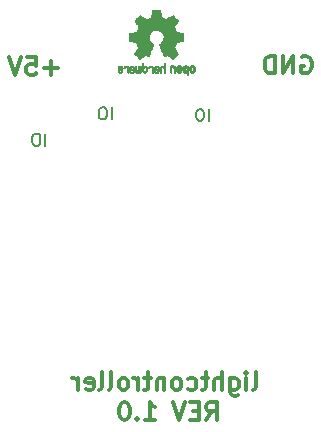
<source format=gbo>
%TF.GenerationSoftware,KiCad,Pcbnew,7.0.2-6a45011f42~172~ubuntu23.04.1*%
%TF.CreationDate,2023-05-23T16:12:19+02:00*%
%TF.ProjectId,pcb,7063622e-6b69-4636-9164-5f7063625858,rev?*%
%TF.SameCoordinates,Original*%
%TF.FileFunction,Legend,Bot*%
%TF.FilePolarity,Positive*%
%FSLAX46Y46*%
G04 Gerber Fmt 4.6, Leading zero omitted, Abs format (unit mm)*
G04 Created by KiCad (PCBNEW 7.0.2-6a45011f42~172~ubuntu23.04.1) date 2023-05-23 16:12:19*
%MOMM*%
%LPD*%
G01*
G04 APERTURE LIST*
%ADD10C,0.300000*%
%ADD11C,0.150000*%
%ADD12C,0.010000*%
%ADD13R,1.000000X1.000000*%
%ADD14O,1.000000X1.000000*%
%ADD15C,2.600000*%
%ADD16C,3.800000*%
%ADD17R,1.700000X1.700000*%
%ADD18O,1.700000X1.700000*%
%ADD19C,0.650000*%
%ADD20O,1.000000X1.600000*%
%ADD21O,1.000000X2.100000*%
G04 APERTURE END LIST*
D10*
X86106142Y-47155857D02*
X86249000Y-47084428D01*
X86249000Y-47084428D02*
X86463285Y-47084428D01*
X86463285Y-47084428D02*
X86677571Y-47155857D01*
X86677571Y-47155857D02*
X86820428Y-47298714D01*
X86820428Y-47298714D02*
X86891857Y-47441571D01*
X86891857Y-47441571D02*
X86963285Y-47727285D01*
X86963285Y-47727285D02*
X86963285Y-47941571D01*
X86963285Y-47941571D02*
X86891857Y-48227285D01*
X86891857Y-48227285D02*
X86820428Y-48370142D01*
X86820428Y-48370142D02*
X86677571Y-48513000D01*
X86677571Y-48513000D02*
X86463285Y-48584428D01*
X86463285Y-48584428D02*
X86320428Y-48584428D01*
X86320428Y-48584428D02*
X86106142Y-48513000D01*
X86106142Y-48513000D02*
X86034714Y-48441571D01*
X86034714Y-48441571D02*
X86034714Y-47941571D01*
X86034714Y-47941571D02*
X86320428Y-47941571D01*
X85391857Y-48584428D02*
X85391857Y-47084428D01*
X85391857Y-47084428D02*
X84534714Y-48584428D01*
X84534714Y-48584428D02*
X84534714Y-47084428D01*
X83820428Y-48584428D02*
X83820428Y-47084428D01*
X83820428Y-47084428D02*
X83463285Y-47084428D01*
X83463285Y-47084428D02*
X83248999Y-47155857D01*
X83248999Y-47155857D02*
X83106142Y-47298714D01*
X83106142Y-47298714D02*
X83034713Y-47441571D01*
X83034713Y-47441571D02*
X82963285Y-47727285D01*
X82963285Y-47727285D02*
X82963285Y-47941571D01*
X82963285Y-47941571D02*
X83034713Y-48227285D01*
X83034713Y-48227285D02*
X83106142Y-48370142D01*
X83106142Y-48370142D02*
X83248999Y-48513000D01*
X83248999Y-48513000D02*
X83463285Y-48584428D01*
X83463285Y-48584428D02*
X83820428Y-48584428D01*
X65428857Y-48140000D02*
X64286000Y-48140000D01*
X64857428Y-48711428D02*
X64857428Y-47568571D01*
X62857428Y-47211428D02*
X63571714Y-47211428D01*
X63571714Y-47211428D02*
X63643142Y-47925714D01*
X63643142Y-47925714D02*
X63571714Y-47854285D01*
X63571714Y-47854285D02*
X63428857Y-47782857D01*
X63428857Y-47782857D02*
X63071714Y-47782857D01*
X63071714Y-47782857D02*
X62928857Y-47854285D01*
X62928857Y-47854285D02*
X62857428Y-47925714D01*
X62857428Y-47925714D02*
X62785999Y-48068571D01*
X62785999Y-48068571D02*
X62785999Y-48425714D01*
X62785999Y-48425714D02*
X62857428Y-48568571D01*
X62857428Y-48568571D02*
X62928857Y-48640000D01*
X62928857Y-48640000D02*
X63071714Y-48711428D01*
X63071714Y-48711428D02*
X63428857Y-48711428D01*
X63428857Y-48711428D02*
X63571714Y-48640000D01*
X63571714Y-48640000D02*
X63643142Y-48568571D01*
X62357428Y-47211428D02*
X61857428Y-48711428D01*
X61857428Y-48711428D02*
X61357428Y-47211428D01*
X78033714Y-77921428D02*
X78533714Y-77207142D01*
X78890857Y-77921428D02*
X78890857Y-76421428D01*
X78890857Y-76421428D02*
X78319428Y-76421428D01*
X78319428Y-76421428D02*
X78176571Y-76492857D01*
X78176571Y-76492857D02*
X78105142Y-76564285D01*
X78105142Y-76564285D02*
X78033714Y-76707142D01*
X78033714Y-76707142D02*
X78033714Y-76921428D01*
X78033714Y-76921428D02*
X78105142Y-77064285D01*
X78105142Y-77064285D02*
X78176571Y-77135714D01*
X78176571Y-77135714D02*
X78319428Y-77207142D01*
X78319428Y-77207142D02*
X78890857Y-77207142D01*
X77390857Y-77135714D02*
X76890857Y-77135714D01*
X76676571Y-77921428D02*
X77390857Y-77921428D01*
X77390857Y-77921428D02*
X77390857Y-76421428D01*
X77390857Y-76421428D02*
X76676571Y-76421428D01*
X76247999Y-76421428D02*
X75747999Y-77921428D01*
X75747999Y-77921428D02*
X75247999Y-76421428D01*
X72819428Y-77921428D02*
X73676571Y-77921428D01*
X73248000Y-77921428D02*
X73248000Y-76421428D01*
X73248000Y-76421428D02*
X73390857Y-76635714D01*
X73390857Y-76635714D02*
X73533714Y-76778571D01*
X73533714Y-76778571D02*
X73676571Y-76850000D01*
X72176572Y-77778571D02*
X72105143Y-77850000D01*
X72105143Y-77850000D02*
X72176572Y-77921428D01*
X72176572Y-77921428D02*
X72248000Y-77850000D01*
X72248000Y-77850000D02*
X72176572Y-77778571D01*
X72176572Y-77778571D02*
X72176572Y-77921428D01*
X71176571Y-76421428D02*
X71033714Y-76421428D01*
X71033714Y-76421428D02*
X70890857Y-76492857D01*
X70890857Y-76492857D02*
X70819429Y-76564285D01*
X70819429Y-76564285D02*
X70748000Y-76707142D01*
X70748000Y-76707142D02*
X70676571Y-76992857D01*
X70676571Y-76992857D02*
X70676571Y-77350000D01*
X70676571Y-77350000D02*
X70748000Y-77635714D01*
X70748000Y-77635714D02*
X70819429Y-77778571D01*
X70819429Y-77778571D02*
X70890857Y-77850000D01*
X70890857Y-77850000D02*
X71033714Y-77921428D01*
X71033714Y-77921428D02*
X71176571Y-77921428D01*
X71176571Y-77921428D02*
X71319429Y-77850000D01*
X71319429Y-77850000D02*
X71390857Y-77778571D01*
X71390857Y-77778571D02*
X71462286Y-77635714D01*
X71462286Y-77635714D02*
X71533714Y-77350000D01*
X71533714Y-77350000D02*
X71533714Y-76992857D01*
X71533714Y-76992857D02*
X71462286Y-76707142D01*
X71462286Y-76707142D02*
X71390857Y-76564285D01*
X71390857Y-76564285D02*
X71319429Y-76492857D01*
X71319429Y-76492857D02*
X71176571Y-76421428D01*
X81978571Y-75381428D02*
X82121428Y-75310000D01*
X82121428Y-75310000D02*
X82192857Y-75167142D01*
X82192857Y-75167142D02*
X82192857Y-73881428D01*
X81407143Y-75381428D02*
X81407143Y-74381428D01*
X81407143Y-73881428D02*
X81478571Y-73952857D01*
X81478571Y-73952857D02*
X81407143Y-74024285D01*
X81407143Y-74024285D02*
X81335714Y-73952857D01*
X81335714Y-73952857D02*
X81407143Y-73881428D01*
X81407143Y-73881428D02*
X81407143Y-74024285D01*
X80050000Y-74381428D02*
X80050000Y-75595714D01*
X80050000Y-75595714D02*
X80121428Y-75738571D01*
X80121428Y-75738571D02*
X80192857Y-75810000D01*
X80192857Y-75810000D02*
X80335714Y-75881428D01*
X80335714Y-75881428D02*
X80550000Y-75881428D01*
X80550000Y-75881428D02*
X80692857Y-75810000D01*
X80050000Y-75310000D02*
X80192857Y-75381428D01*
X80192857Y-75381428D02*
X80478571Y-75381428D01*
X80478571Y-75381428D02*
X80621428Y-75310000D01*
X80621428Y-75310000D02*
X80692857Y-75238571D01*
X80692857Y-75238571D02*
X80764285Y-75095714D01*
X80764285Y-75095714D02*
X80764285Y-74667142D01*
X80764285Y-74667142D02*
X80692857Y-74524285D01*
X80692857Y-74524285D02*
X80621428Y-74452857D01*
X80621428Y-74452857D02*
X80478571Y-74381428D01*
X80478571Y-74381428D02*
X80192857Y-74381428D01*
X80192857Y-74381428D02*
X80050000Y-74452857D01*
X79335714Y-75381428D02*
X79335714Y-73881428D01*
X78692857Y-75381428D02*
X78692857Y-74595714D01*
X78692857Y-74595714D02*
X78764285Y-74452857D01*
X78764285Y-74452857D02*
X78907142Y-74381428D01*
X78907142Y-74381428D02*
X79121428Y-74381428D01*
X79121428Y-74381428D02*
X79264285Y-74452857D01*
X79264285Y-74452857D02*
X79335714Y-74524285D01*
X78192856Y-74381428D02*
X77621428Y-74381428D01*
X77978571Y-73881428D02*
X77978571Y-75167142D01*
X77978571Y-75167142D02*
X77907142Y-75310000D01*
X77907142Y-75310000D02*
X77764285Y-75381428D01*
X77764285Y-75381428D02*
X77621428Y-75381428D01*
X76478571Y-75310000D02*
X76621428Y-75381428D01*
X76621428Y-75381428D02*
X76907142Y-75381428D01*
X76907142Y-75381428D02*
X77049999Y-75310000D01*
X77049999Y-75310000D02*
X77121428Y-75238571D01*
X77121428Y-75238571D02*
X77192856Y-75095714D01*
X77192856Y-75095714D02*
X77192856Y-74667142D01*
X77192856Y-74667142D02*
X77121428Y-74524285D01*
X77121428Y-74524285D02*
X77049999Y-74452857D01*
X77049999Y-74452857D02*
X76907142Y-74381428D01*
X76907142Y-74381428D02*
X76621428Y-74381428D01*
X76621428Y-74381428D02*
X76478571Y-74452857D01*
X75621428Y-75381428D02*
X75764285Y-75310000D01*
X75764285Y-75310000D02*
X75835714Y-75238571D01*
X75835714Y-75238571D02*
X75907142Y-75095714D01*
X75907142Y-75095714D02*
X75907142Y-74667142D01*
X75907142Y-74667142D02*
X75835714Y-74524285D01*
X75835714Y-74524285D02*
X75764285Y-74452857D01*
X75764285Y-74452857D02*
X75621428Y-74381428D01*
X75621428Y-74381428D02*
X75407142Y-74381428D01*
X75407142Y-74381428D02*
X75264285Y-74452857D01*
X75264285Y-74452857D02*
X75192857Y-74524285D01*
X75192857Y-74524285D02*
X75121428Y-74667142D01*
X75121428Y-74667142D02*
X75121428Y-75095714D01*
X75121428Y-75095714D02*
X75192857Y-75238571D01*
X75192857Y-75238571D02*
X75264285Y-75310000D01*
X75264285Y-75310000D02*
X75407142Y-75381428D01*
X75407142Y-75381428D02*
X75621428Y-75381428D01*
X74478571Y-74381428D02*
X74478571Y-75381428D01*
X74478571Y-74524285D02*
X74407142Y-74452857D01*
X74407142Y-74452857D02*
X74264285Y-74381428D01*
X74264285Y-74381428D02*
X74049999Y-74381428D01*
X74049999Y-74381428D02*
X73907142Y-74452857D01*
X73907142Y-74452857D02*
X73835714Y-74595714D01*
X73835714Y-74595714D02*
X73835714Y-75381428D01*
X73335713Y-74381428D02*
X72764285Y-74381428D01*
X73121428Y-73881428D02*
X73121428Y-75167142D01*
X73121428Y-75167142D02*
X73049999Y-75310000D01*
X73049999Y-75310000D02*
X72907142Y-75381428D01*
X72907142Y-75381428D02*
X72764285Y-75381428D01*
X72264285Y-75381428D02*
X72264285Y-74381428D01*
X72264285Y-74667142D02*
X72192856Y-74524285D01*
X72192856Y-74524285D02*
X72121428Y-74452857D01*
X72121428Y-74452857D02*
X71978570Y-74381428D01*
X71978570Y-74381428D02*
X71835713Y-74381428D01*
X71121428Y-75381428D02*
X71264285Y-75310000D01*
X71264285Y-75310000D02*
X71335714Y-75238571D01*
X71335714Y-75238571D02*
X71407142Y-75095714D01*
X71407142Y-75095714D02*
X71407142Y-74667142D01*
X71407142Y-74667142D02*
X71335714Y-74524285D01*
X71335714Y-74524285D02*
X71264285Y-74452857D01*
X71264285Y-74452857D02*
X71121428Y-74381428D01*
X71121428Y-74381428D02*
X70907142Y-74381428D01*
X70907142Y-74381428D02*
X70764285Y-74452857D01*
X70764285Y-74452857D02*
X70692857Y-74524285D01*
X70692857Y-74524285D02*
X70621428Y-74667142D01*
X70621428Y-74667142D02*
X70621428Y-75095714D01*
X70621428Y-75095714D02*
X70692857Y-75238571D01*
X70692857Y-75238571D02*
X70764285Y-75310000D01*
X70764285Y-75310000D02*
X70907142Y-75381428D01*
X70907142Y-75381428D02*
X71121428Y-75381428D01*
X69764285Y-75381428D02*
X69907142Y-75310000D01*
X69907142Y-75310000D02*
X69978571Y-75167142D01*
X69978571Y-75167142D02*
X69978571Y-73881428D01*
X68978571Y-75381428D02*
X69121428Y-75310000D01*
X69121428Y-75310000D02*
X69192857Y-75167142D01*
X69192857Y-75167142D02*
X69192857Y-73881428D01*
X67835714Y-75310000D02*
X67978571Y-75381428D01*
X67978571Y-75381428D02*
X68264286Y-75381428D01*
X68264286Y-75381428D02*
X68407143Y-75310000D01*
X68407143Y-75310000D02*
X68478571Y-75167142D01*
X68478571Y-75167142D02*
X68478571Y-74595714D01*
X68478571Y-74595714D02*
X68407143Y-74452857D01*
X68407143Y-74452857D02*
X68264286Y-74381428D01*
X68264286Y-74381428D02*
X67978571Y-74381428D01*
X67978571Y-74381428D02*
X67835714Y-74452857D01*
X67835714Y-74452857D02*
X67764286Y-74595714D01*
X67764286Y-74595714D02*
X67764286Y-74738571D01*
X67764286Y-74738571D02*
X68478571Y-74881428D01*
X67121429Y-75381428D02*
X67121429Y-74381428D01*
X67121429Y-74667142D02*
X67050000Y-74524285D01*
X67050000Y-74524285D02*
X66978572Y-74452857D01*
X66978572Y-74452857D02*
X66835714Y-74381428D01*
X66835714Y-74381428D02*
X66692857Y-74381428D01*
D11*
%TO.C,IO*%
X64404808Y-54691619D02*
X64404808Y-53691619D01*
X63738142Y-53691619D02*
X63547666Y-53691619D01*
X63547666Y-53691619D02*
X63452428Y-53739238D01*
X63452428Y-53739238D02*
X63357190Y-53834476D01*
X63357190Y-53834476D02*
X63309571Y-54024952D01*
X63309571Y-54024952D02*
X63309571Y-54358285D01*
X63309571Y-54358285D02*
X63357190Y-54548761D01*
X63357190Y-54548761D02*
X63452428Y-54644000D01*
X63452428Y-54644000D02*
X63547666Y-54691619D01*
X63547666Y-54691619D02*
X63738142Y-54691619D01*
X63738142Y-54691619D02*
X63833380Y-54644000D01*
X63833380Y-54644000D02*
X63928618Y-54548761D01*
X63928618Y-54548761D02*
X63976237Y-54358285D01*
X63976237Y-54358285D02*
X63976237Y-54024952D01*
X63976237Y-54024952D02*
X63928618Y-53834476D01*
X63928618Y-53834476D02*
X63833380Y-53739238D01*
X63833380Y-53739238D02*
X63738142Y-53691619D01*
X70023808Y-52462619D02*
X70023808Y-51462619D01*
X69357142Y-51462619D02*
X69166666Y-51462619D01*
X69166666Y-51462619D02*
X69071428Y-51510238D01*
X69071428Y-51510238D02*
X68976190Y-51605476D01*
X68976190Y-51605476D02*
X68928571Y-51795952D01*
X68928571Y-51795952D02*
X68928571Y-52129285D01*
X68928571Y-52129285D02*
X68976190Y-52319761D01*
X68976190Y-52319761D02*
X69071428Y-52415000D01*
X69071428Y-52415000D02*
X69166666Y-52462619D01*
X69166666Y-52462619D02*
X69357142Y-52462619D01*
X69357142Y-52462619D02*
X69452380Y-52415000D01*
X69452380Y-52415000D02*
X69547618Y-52319761D01*
X69547618Y-52319761D02*
X69595237Y-52129285D01*
X69595237Y-52129285D02*
X69595237Y-51795952D01*
X69595237Y-51795952D02*
X69547618Y-51605476D01*
X69547618Y-51605476D02*
X69452380Y-51510238D01*
X69452380Y-51510238D02*
X69357142Y-51462619D01*
X78247808Y-52596619D02*
X78247808Y-51596619D01*
X77581142Y-51596619D02*
X77390666Y-51596619D01*
X77390666Y-51596619D02*
X77295428Y-51644238D01*
X77295428Y-51644238D02*
X77200190Y-51739476D01*
X77200190Y-51739476D02*
X77152571Y-51929952D01*
X77152571Y-51929952D02*
X77152571Y-52263285D01*
X77152571Y-52263285D02*
X77200190Y-52453761D01*
X77200190Y-52453761D02*
X77295428Y-52549000D01*
X77295428Y-52549000D02*
X77390666Y-52596619D01*
X77390666Y-52596619D02*
X77581142Y-52596619D01*
X77581142Y-52596619D02*
X77676380Y-52549000D01*
X77676380Y-52549000D02*
X77771618Y-52453761D01*
X77771618Y-52453761D02*
X77819237Y-52263285D01*
X77819237Y-52263285D02*
X77819237Y-51929952D01*
X77819237Y-51929952D02*
X77771618Y-51739476D01*
X77771618Y-51739476D02*
X77676380Y-51644238D01*
X77676380Y-51644238D02*
X77581142Y-51596619D01*
%TO.C,REF\u002A\u002A*%
D12*
X71269829Y-47925097D02*
X71329753Y-47947355D01*
X71354673Y-47964080D01*
X71379910Y-47988043D01*
X71397912Y-48018526D01*
X71409858Y-48060023D01*
X71416930Y-48117032D01*
X71420308Y-48194047D01*
X71421171Y-48295565D01*
X71421002Y-48348027D01*
X71420153Y-48419715D01*
X71418711Y-48476925D01*
X71416814Y-48514809D01*
X71414597Y-48528514D01*
X71400172Y-48523981D01*
X71371054Y-48511670D01*
X71370181Y-48511272D01*
X71355060Y-48503356D01*
X71344891Y-48492495D01*
X71338691Y-48473471D01*
X71335478Y-48441069D01*
X71334270Y-48390071D01*
X71334086Y-48315261D01*
X71333714Y-48267804D01*
X71329750Y-48178615D01*
X71320673Y-48113287D01*
X71305524Y-48068393D01*
X71283345Y-48040507D01*
X71253175Y-48026203D01*
X71248990Y-48025206D01*
X71192480Y-48024427D01*
X71148410Y-48049744D01*
X71117972Y-48100502D01*
X71112544Y-48115175D01*
X71100171Y-48147649D01*
X71093905Y-48162572D01*
X71081036Y-48160516D01*
X71052933Y-48149357D01*
X71026721Y-48130927D01*
X71014771Y-48096098D01*
X71018336Y-48071151D01*
X71040235Y-48020547D01*
X71075644Y-47973128D01*
X71117052Y-47940334D01*
X71134400Y-47932752D01*
X71200089Y-47920076D01*
X71269829Y-47925097D01*
G36*
X71269829Y-47925097D02*
G01*
X71329753Y-47947355D01*
X71354673Y-47964080D01*
X71379910Y-47988043D01*
X71397912Y-48018526D01*
X71409858Y-48060023D01*
X71416930Y-48117032D01*
X71420308Y-48194047D01*
X71421171Y-48295565D01*
X71421002Y-48348027D01*
X71420153Y-48419715D01*
X71418711Y-48476925D01*
X71416814Y-48514809D01*
X71414597Y-48528514D01*
X71400172Y-48523981D01*
X71371054Y-48511670D01*
X71370181Y-48511272D01*
X71355060Y-48503356D01*
X71344891Y-48492495D01*
X71338691Y-48473471D01*
X71335478Y-48441069D01*
X71334270Y-48390071D01*
X71334086Y-48315261D01*
X71333714Y-48267804D01*
X71329750Y-48178615D01*
X71320673Y-48113287D01*
X71305524Y-48068393D01*
X71283345Y-48040507D01*
X71253175Y-48026203D01*
X71248990Y-48025206D01*
X71192480Y-48024427D01*
X71148410Y-48049744D01*
X71117972Y-48100502D01*
X71112544Y-48115175D01*
X71100171Y-48147649D01*
X71093905Y-48162572D01*
X71081036Y-48160516D01*
X71052933Y-48149357D01*
X71026721Y-48130927D01*
X71014771Y-48096098D01*
X71018336Y-48071151D01*
X71040235Y-48020547D01*
X71075644Y-47973128D01*
X71117052Y-47940334D01*
X71134400Y-47932752D01*
X71200089Y-47920076D01*
X71269829Y-47925097D01*
G37*
X75218020Y-47891822D02*
X75285810Y-47923680D01*
X75341366Y-47978770D01*
X75352881Y-47996016D01*
X75362432Y-48015562D01*
X75369206Y-48040198D01*
X75373819Y-48074711D01*
X75376888Y-48123889D01*
X75379029Y-48192519D01*
X75380859Y-48285389D01*
X75385404Y-48543007D01*
X75347225Y-48528491D01*
X75312268Y-48515156D01*
X75286097Y-48502323D01*
X75269013Y-48485780D01*
X75259086Y-48460465D01*
X75254386Y-48421316D01*
X75252982Y-48363268D01*
X75252943Y-48281261D01*
X75252744Y-48215895D01*
X75251559Y-48153173D01*
X75248729Y-48110334D01*
X75243609Y-48082220D01*
X75235553Y-48063675D01*
X75223914Y-48049543D01*
X75195303Y-48029600D01*
X75147239Y-48022083D01*
X75099688Y-48041079D01*
X75096550Y-48043511D01*
X75086769Y-48054748D01*
X75079553Y-48072770D01*
X75074299Y-48102026D01*
X75070402Y-48146962D01*
X75067256Y-48212028D01*
X75064257Y-48301670D01*
X75057000Y-48541697D01*
X74995314Y-48514044D01*
X74933629Y-48486391D01*
X74933629Y-48267246D01*
X74933884Y-48207711D01*
X74936086Y-48124892D01*
X74941661Y-48063227D01*
X74951941Y-48017748D01*
X74968258Y-47983484D01*
X74991943Y-47955466D01*
X75024328Y-47928723D01*
X75070907Y-47901780D01*
X75144287Y-47884191D01*
X75218020Y-47891822D01*
G36*
X75218020Y-47891822D02*
G01*
X75285810Y-47923680D01*
X75341366Y-47978770D01*
X75352881Y-47996016D01*
X75362432Y-48015562D01*
X75369206Y-48040198D01*
X75373819Y-48074711D01*
X75376888Y-48123889D01*
X75379029Y-48192519D01*
X75380859Y-48285389D01*
X75385404Y-48543007D01*
X75347225Y-48528491D01*
X75312268Y-48515156D01*
X75286097Y-48502323D01*
X75269013Y-48485780D01*
X75259086Y-48460465D01*
X75254386Y-48421316D01*
X75252982Y-48363268D01*
X75252943Y-48281261D01*
X75252744Y-48215895D01*
X75251559Y-48153173D01*
X75248729Y-48110334D01*
X75243609Y-48082220D01*
X75235553Y-48063675D01*
X75223914Y-48049543D01*
X75195303Y-48029600D01*
X75147239Y-48022083D01*
X75099688Y-48041079D01*
X75096550Y-48043511D01*
X75086769Y-48054748D01*
X75079553Y-48072770D01*
X75074299Y-48102026D01*
X75070402Y-48146962D01*
X75067256Y-48212028D01*
X75064257Y-48301670D01*
X75057000Y-48541697D01*
X74995314Y-48514044D01*
X74933629Y-48486391D01*
X74933629Y-48267246D01*
X74933884Y-48207711D01*
X74936086Y-48124892D01*
X74941661Y-48063227D01*
X74951941Y-48017748D01*
X74968258Y-47983484D01*
X74991943Y-47955466D01*
X75024328Y-47928723D01*
X75070907Y-47901780D01*
X75144287Y-47884191D01*
X75218020Y-47891822D01*
G37*
X73394691Y-47940467D02*
X73399273Y-47943003D01*
X73436704Y-47972057D01*
X73470170Y-48009410D01*
X73476007Y-48017852D01*
X73487165Y-48037553D01*
X73495136Y-48060935D01*
X73500618Y-48093067D01*
X73504307Y-48139019D01*
X73506899Y-48203859D01*
X73509092Y-48292657D01*
X73509402Y-48307669D01*
X73510400Y-48404999D01*
X73508994Y-48473934D01*
X73505164Y-48514948D01*
X73498889Y-48528514D01*
X73479898Y-48524452D01*
X73447638Y-48512144D01*
X73440041Y-48508545D01*
X73428176Y-48500398D01*
X73419994Y-48487004D01*
X73414643Y-48463608D01*
X73411269Y-48425455D01*
X73409019Y-48367790D01*
X73407040Y-48285857D01*
X73406498Y-48261907D01*
X73404403Y-48186266D01*
X73401683Y-48133328D01*
X73397515Y-48098075D01*
X73391079Y-48075487D01*
X73381550Y-48060544D01*
X73368106Y-48048227D01*
X73328305Y-48026634D01*
X73279341Y-48022476D01*
X73235529Y-48038999D01*
X73204008Y-48073210D01*
X73191914Y-48122114D01*
X73191578Y-48135407D01*
X73184972Y-48159472D01*
X73165470Y-48163144D01*
X73127283Y-48148813D01*
X73118438Y-48144217D01*
X73094534Y-48117186D01*
X73094061Y-48076994D01*
X73116836Y-48021409D01*
X73137727Y-47991117D01*
X73191142Y-47948084D01*
X73257074Y-47923755D01*
X73327574Y-47920443D01*
X73394691Y-47940467D01*
G36*
X73394691Y-47940467D02*
G01*
X73399273Y-47943003D01*
X73436704Y-47972057D01*
X73470170Y-48009410D01*
X73476007Y-48017852D01*
X73487165Y-48037553D01*
X73495136Y-48060935D01*
X73500618Y-48093067D01*
X73504307Y-48139019D01*
X73506899Y-48203859D01*
X73509092Y-48292657D01*
X73509402Y-48307669D01*
X73510400Y-48404999D01*
X73508994Y-48473934D01*
X73505164Y-48514948D01*
X73498889Y-48528514D01*
X73479898Y-48524452D01*
X73447638Y-48512144D01*
X73440041Y-48508545D01*
X73428176Y-48500398D01*
X73419994Y-48487004D01*
X73414643Y-48463608D01*
X73411269Y-48425455D01*
X73409019Y-48367790D01*
X73407040Y-48285857D01*
X73406498Y-48261907D01*
X73404403Y-48186266D01*
X73401683Y-48133328D01*
X73397515Y-48098075D01*
X73391079Y-48075487D01*
X73381550Y-48060544D01*
X73368106Y-48048227D01*
X73328305Y-48026634D01*
X73279341Y-48022476D01*
X73235529Y-48038999D01*
X73204008Y-48073210D01*
X73191914Y-48122114D01*
X73191578Y-48135407D01*
X73184972Y-48159472D01*
X73165470Y-48163144D01*
X73127283Y-48148813D01*
X73118438Y-48144217D01*
X73094534Y-48117186D01*
X73094061Y-48076994D01*
X73116836Y-48021409D01*
X73137727Y-47991117D01*
X73191142Y-47948084D01*
X73257074Y-47923755D01*
X73327574Y-47920443D01*
X73394691Y-47940467D01*
G37*
X74465543Y-47723444D02*
X74512714Y-47743342D01*
X74512714Y-48140509D01*
X74512519Y-48243498D01*
X74511998Y-48336141D01*
X74511199Y-48414700D01*
X74510172Y-48475439D01*
X74508963Y-48514623D01*
X74507623Y-48528514D01*
X74507099Y-48528468D01*
X74489287Y-48523420D01*
X74456823Y-48512580D01*
X74411114Y-48496646D01*
X74411114Y-48292173D01*
X74410824Y-48211832D01*
X74409474Y-48153562D01*
X74406369Y-48113909D01*
X74400812Y-48087618D01*
X74392107Y-48069436D01*
X74379556Y-48054107D01*
X74370999Y-48045955D01*
X74324728Y-48023375D01*
X74273728Y-48025375D01*
X74226993Y-48052073D01*
X74220189Y-48058698D01*
X74209293Y-48072456D01*
X74201836Y-48090642D01*
X74197169Y-48118177D01*
X74194642Y-48159981D01*
X74193602Y-48220973D01*
X74193400Y-48306073D01*
X74193303Y-48349234D01*
X74192674Y-48420224D01*
X74191556Y-48477076D01*
X74190063Y-48514828D01*
X74188309Y-48528514D01*
X74187785Y-48528468D01*
X74169973Y-48523420D01*
X74137509Y-48512580D01*
X74091800Y-48496646D01*
X74091823Y-48291237D01*
X74091857Y-48272951D01*
X74093778Y-48177626D01*
X74099678Y-48105543D01*
X74111001Y-48051813D01*
X74129187Y-48011549D01*
X74155679Y-47979861D01*
X74191918Y-47951861D01*
X74227263Y-47934333D01*
X74283773Y-47920785D01*
X74339356Y-47920015D01*
X74382086Y-47933195D01*
X74385298Y-47935015D01*
X74395205Y-47934820D01*
X74401975Y-47919572D01*
X74406861Y-47884613D01*
X74411114Y-47825289D01*
X74418371Y-47703547D01*
X74465543Y-47723444D01*
G36*
X74465543Y-47723444D02*
G01*
X74512714Y-47743342D01*
X74512714Y-48140509D01*
X74512519Y-48243498D01*
X74511998Y-48336141D01*
X74511199Y-48414700D01*
X74510172Y-48475439D01*
X74508963Y-48514623D01*
X74507623Y-48528514D01*
X74507099Y-48528468D01*
X74489287Y-48523420D01*
X74456823Y-48512580D01*
X74411114Y-48496646D01*
X74411114Y-48292173D01*
X74410824Y-48211832D01*
X74409474Y-48153562D01*
X74406369Y-48113909D01*
X74400812Y-48087618D01*
X74392107Y-48069436D01*
X74379556Y-48054107D01*
X74370999Y-48045955D01*
X74324728Y-48023375D01*
X74273728Y-48025375D01*
X74226993Y-48052073D01*
X74220189Y-48058698D01*
X74209293Y-48072456D01*
X74201836Y-48090642D01*
X74197169Y-48118177D01*
X74194642Y-48159981D01*
X74193602Y-48220973D01*
X74193400Y-48306073D01*
X74193303Y-48349234D01*
X74192674Y-48420224D01*
X74191556Y-48477076D01*
X74190063Y-48514828D01*
X74188309Y-48528514D01*
X74187785Y-48528468D01*
X74169973Y-48523420D01*
X74137509Y-48512580D01*
X74091800Y-48496646D01*
X74091823Y-48291237D01*
X74091857Y-48272951D01*
X74093778Y-48177626D01*
X74099678Y-48105543D01*
X74111001Y-48051813D01*
X74129187Y-48011549D01*
X74155679Y-47979861D01*
X74191918Y-47951861D01*
X74227263Y-47934333D01*
X74283773Y-47920785D01*
X74339356Y-47920015D01*
X74382086Y-47933195D01*
X74385298Y-47935015D01*
X74395205Y-47934820D01*
X74401975Y-47919572D01*
X74406861Y-47884613D01*
X74411114Y-47825289D01*
X74418371Y-47703547D01*
X74465543Y-47723444D01*
G37*
X72440941Y-47923282D02*
X72472774Y-47935758D01*
X72509743Y-47952602D01*
X72509743Y-48439196D01*
X72463812Y-48485127D01*
X72453320Y-48495427D01*
X72424255Y-48518320D01*
X72394943Y-48525735D01*
X72351326Y-48522321D01*
X72333568Y-48520114D01*
X72287767Y-48515445D01*
X72255743Y-48513585D01*
X72246244Y-48513869D01*
X72207274Y-48516948D01*
X72160160Y-48522321D01*
X72145085Y-48524168D01*
X72107110Y-48524893D01*
X72079325Y-48513429D01*
X72047674Y-48485127D01*
X72001743Y-48439196D01*
X72001743Y-48179055D01*
X72002101Y-48102180D01*
X72003216Y-48028886D01*
X72004952Y-47970850D01*
X72007167Y-47932663D01*
X72009721Y-47918914D01*
X72010256Y-47918951D01*
X72028808Y-47925793D01*
X72060153Y-47940868D01*
X72102608Y-47962822D01*
X72106604Y-48191240D01*
X72110600Y-48419657D01*
X72197686Y-48419657D01*
X72201657Y-48169286D01*
X72202916Y-48101227D01*
X72204718Y-48028482D01*
X72206671Y-47970730D01*
X72208612Y-47932648D01*
X72210377Y-47918914D01*
X72210885Y-47918962D01*
X72228482Y-47924015D01*
X72260834Y-47934849D01*
X72306543Y-47950783D01*
X72306765Y-48170706D01*
X72306988Y-48208909D01*
X72308531Y-48283146D01*
X72311292Y-48345145D01*
X72314977Y-48389308D01*
X72319292Y-48410041D01*
X72334732Y-48421131D01*
X72366241Y-48424556D01*
X72400886Y-48419657D01*
X72404857Y-48169286D01*
X72406278Y-48105663D01*
X72409225Y-48030356D01*
X72413079Y-47971286D01*
X72417542Y-47932718D01*
X72422317Y-47918914D01*
X72440941Y-47923282D01*
G36*
X72440941Y-47923282D02*
G01*
X72472774Y-47935758D01*
X72509743Y-47952602D01*
X72509743Y-48439196D01*
X72463812Y-48485127D01*
X72453320Y-48495427D01*
X72424255Y-48518320D01*
X72394943Y-48525735D01*
X72351326Y-48522321D01*
X72333568Y-48520114D01*
X72287767Y-48515445D01*
X72255743Y-48513585D01*
X72246244Y-48513869D01*
X72207274Y-48516948D01*
X72160160Y-48522321D01*
X72145085Y-48524168D01*
X72107110Y-48524893D01*
X72079325Y-48513429D01*
X72047674Y-48485127D01*
X72001743Y-48439196D01*
X72001743Y-48179055D01*
X72002101Y-48102180D01*
X72003216Y-48028886D01*
X72004952Y-47970850D01*
X72007167Y-47932663D01*
X72009721Y-47918914D01*
X72010256Y-47918951D01*
X72028808Y-47925793D01*
X72060153Y-47940868D01*
X72102608Y-47962822D01*
X72106604Y-48191240D01*
X72110600Y-48419657D01*
X72197686Y-48419657D01*
X72201657Y-48169286D01*
X72202916Y-48101227D01*
X72204718Y-48028482D01*
X72206671Y-47970730D01*
X72208612Y-47932648D01*
X72210377Y-47918914D01*
X72210885Y-47918962D01*
X72228482Y-47924015D01*
X72260834Y-47934849D01*
X72306543Y-47950783D01*
X72306765Y-48170706D01*
X72306988Y-48208909D01*
X72308531Y-48283146D01*
X72311292Y-48345145D01*
X72314977Y-48389308D01*
X72319292Y-48410041D01*
X72334732Y-48421131D01*
X72366241Y-48424556D01*
X72400886Y-48419657D01*
X72404857Y-48169286D01*
X72406278Y-48105663D01*
X72409225Y-48030356D01*
X72413079Y-47971286D01*
X72417542Y-47932718D01*
X72422317Y-47918914D01*
X72440941Y-47923282D01*
G37*
X77052714Y-48209200D02*
X77052701Y-48224935D01*
X77051914Y-48295119D01*
X77049210Y-48344022D01*
X77043606Y-48378178D01*
X77034119Y-48404124D01*
X77019768Y-48428397D01*
X77016237Y-48433433D01*
X76978878Y-48473143D01*
X76936311Y-48503092D01*
X76914452Y-48512810D01*
X76835908Y-48529020D01*
X76758231Y-48518535D01*
X76686645Y-48482707D01*
X76626374Y-48422887D01*
X76621286Y-48414873D01*
X76604730Y-48368342D01*
X76593573Y-48303552D01*
X76588160Y-48228727D01*
X76588768Y-48159513D01*
X76735248Y-48159513D01*
X76736402Y-48255399D01*
X76736866Y-48261569D01*
X76743629Y-48314478D01*
X76755671Y-48348029D01*
X76776005Y-48371016D01*
X76810097Y-48392548D01*
X76843814Y-48393680D01*
X76878543Y-48368857D01*
X76884584Y-48362325D01*
X76896417Y-48342779D01*
X76903404Y-48314386D01*
X76906727Y-48270430D01*
X76907571Y-48204192D01*
X76906125Y-48142150D01*
X76898907Y-48083042D01*
X76884006Y-48045686D01*
X76859636Y-48026152D01*
X76824008Y-48020514D01*
X76810440Y-48021635D01*
X76772430Y-48042194D01*
X76747312Y-48088299D01*
X76735248Y-48159513D01*
X76588768Y-48159513D01*
X76588833Y-48152096D01*
X76595937Y-48081882D01*
X76609815Y-48026312D01*
X76627649Y-47989301D01*
X76677855Y-47931733D01*
X76745885Y-47895962D01*
X76829158Y-47883665D01*
X76851398Y-47884331D01*
X76916891Y-47897947D01*
X76970687Y-47932249D01*
X77020057Y-47991338D01*
X77022995Y-47995722D01*
X77036287Y-48019299D01*
X77044932Y-48045949D01*
X77049904Y-48082159D01*
X77052174Y-48134413D01*
X77052678Y-48204192D01*
X77052714Y-48209200D01*
G36*
X77052714Y-48209200D02*
G01*
X77052701Y-48224935D01*
X77051914Y-48295119D01*
X77049210Y-48344022D01*
X77043606Y-48378178D01*
X77034119Y-48404124D01*
X77019768Y-48428397D01*
X77016237Y-48433433D01*
X76978878Y-48473143D01*
X76936311Y-48503092D01*
X76914452Y-48512810D01*
X76835908Y-48529020D01*
X76758231Y-48518535D01*
X76686645Y-48482707D01*
X76626374Y-48422887D01*
X76621286Y-48414873D01*
X76604730Y-48368342D01*
X76593573Y-48303552D01*
X76588160Y-48228727D01*
X76588768Y-48159513D01*
X76735248Y-48159513D01*
X76736402Y-48255399D01*
X76736866Y-48261569D01*
X76743629Y-48314478D01*
X76755671Y-48348029D01*
X76776005Y-48371016D01*
X76810097Y-48392548D01*
X76843814Y-48393680D01*
X76878543Y-48368857D01*
X76884584Y-48362325D01*
X76896417Y-48342779D01*
X76903404Y-48314386D01*
X76906727Y-48270430D01*
X76907571Y-48204192D01*
X76906125Y-48142150D01*
X76898907Y-48083042D01*
X76884006Y-48045686D01*
X76859636Y-48026152D01*
X76824008Y-48020514D01*
X76810440Y-48021635D01*
X76772430Y-48042194D01*
X76747312Y-48088299D01*
X76735248Y-48159513D01*
X76588768Y-48159513D01*
X76588833Y-48152096D01*
X76595937Y-48081882D01*
X76609815Y-48026312D01*
X76627649Y-47989301D01*
X76677855Y-47931733D01*
X76745885Y-47895962D01*
X76829158Y-47883665D01*
X76851398Y-47884331D01*
X76916891Y-47897947D01*
X76970687Y-47932249D01*
X77020057Y-47991338D01*
X77022995Y-47995722D01*
X77036287Y-48019299D01*
X77044932Y-48045949D01*
X77049904Y-48082159D01*
X77052174Y-48134413D01*
X77052678Y-48204192D01*
X77052714Y-48209200D01*
G37*
X70927590Y-48226622D02*
X70927307Y-48265305D01*
X70923762Y-48341521D01*
X70914483Y-48397294D01*
X70897375Y-48438613D01*
X70870344Y-48471467D01*
X70831292Y-48501846D01*
X70806445Y-48515660D01*
X70766615Y-48524965D01*
X70710665Y-48524230D01*
X70679385Y-48521283D01*
X70641653Y-48512283D01*
X70611494Y-48492720D01*
X70576408Y-48456267D01*
X70571720Y-48450943D01*
X70540177Y-48409969D01*
X70525128Y-48374283D01*
X70521286Y-48331966D01*
X70521286Y-48269779D01*
X70564742Y-48286182D01*
X70596424Y-48305356D01*
X70623962Y-48350347D01*
X70629711Y-48364752D01*
X70661855Y-48405546D01*
X70705611Y-48426081D01*
X70753254Y-48424235D01*
X70797057Y-48397886D01*
X70812111Y-48381455D01*
X70825763Y-48356667D01*
X70821493Y-48334144D01*
X70796916Y-48310964D01*
X70749651Y-48284202D01*
X70677314Y-48250934D01*
X70528543Y-48185816D01*
X70524595Y-48121308D01*
X70526079Y-48080220D01*
X70623010Y-48080220D01*
X70630368Y-48105657D01*
X70663848Y-48132814D01*
X70724614Y-48163714D01*
X70734669Y-48168190D01*
X70782751Y-48189017D01*
X70818726Y-48203665D01*
X70835444Y-48209200D01*
X70837977Y-48205126D01*
X70838993Y-48180247D01*
X70835369Y-48140257D01*
X70826242Y-48101152D01*
X70797773Y-48051884D01*
X70756678Y-48024122D01*
X70707590Y-48020364D01*
X70655144Y-48043109D01*
X70640609Y-48054481D01*
X70623010Y-48080220D01*
X70526079Y-48080220D01*
X70526338Y-48073064D01*
X70548281Y-48012096D01*
X70575979Y-47978497D01*
X70633405Y-47940966D01*
X70701527Y-47922006D01*
X70771947Y-47923507D01*
X70836267Y-47947355D01*
X70850426Y-47956513D01*
X70882904Y-47984849D01*
X70905116Y-48020695D01*
X70918804Y-48069384D01*
X70925715Y-48136249D01*
X70926628Y-48180247D01*
X70927590Y-48226622D01*
G36*
X70927590Y-48226622D02*
G01*
X70927307Y-48265305D01*
X70923762Y-48341521D01*
X70914483Y-48397294D01*
X70897375Y-48438613D01*
X70870344Y-48471467D01*
X70831292Y-48501846D01*
X70806445Y-48515660D01*
X70766615Y-48524965D01*
X70710665Y-48524230D01*
X70679385Y-48521283D01*
X70641653Y-48512283D01*
X70611494Y-48492720D01*
X70576408Y-48456267D01*
X70571720Y-48450943D01*
X70540177Y-48409969D01*
X70525128Y-48374283D01*
X70521286Y-48331966D01*
X70521286Y-48269779D01*
X70564742Y-48286182D01*
X70596424Y-48305356D01*
X70623962Y-48350347D01*
X70629711Y-48364752D01*
X70661855Y-48405546D01*
X70705611Y-48426081D01*
X70753254Y-48424235D01*
X70797057Y-48397886D01*
X70812111Y-48381455D01*
X70825763Y-48356667D01*
X70821493Y-48334144D01*
X70796916Y-48310964D01*
X70749651Y-48284202D01*
X70677314Y-48250934D01*
X70528543Y-48185816D01*
X70524595Y-48121308D01*
X70526079Y-48080220D01*
X70623010Y-48080220D01*
X70630368Y-48105657D01*
X70663848Y-48132814D01*
X70724614Y-48163714D01*
X70734669Y-48168190D01*
X70782751Y-48189017D01*
X70818726Y-48203665D01*
X70835444Y-48209200D01*
X70837977Y-48205126D01*
X70838993Y-48180247D01*
X70835369Y-48140257D01*
X70826242Y-48101152D01*
X70797773Y-48051884D01*
X70756678Y-48024122D01*
X70707590Y-48020364D01*
X70655144Y-48043109D01*
X70640609Y-48054481D01*
X70623010Y-48080220D01*
X70526079Y-48080220D01*
X70526338Y-48073064D01*
X70548281Y-48012096D01*
X70575979Y-47978497D01*
X70633405Y-47940966D01*
X70701527Y-47922006D01*
X70771947Y-47923507D01*
X70836267Y-47947355D01*
X70850426Y-47956513D01*
X70882904Y-47984849D01*
X70905116Y-48020695D01*
X70918804Y-48069384D01*
X70925715Y-48136249D01*
X70926628Y-48180247D01*
X70927590Y-48226622D01*
G37*
X73017698Y-48223714D02*
X73016537Y-48280313D01*
X73008345Y-48357462D01*
X72990519Y-48415276D01*
X72960975Y-48459422D01*
X72917625Y-48495568D01*
X72876332Y-48516463D01*
X72806987Y-48528090D01*
X72737736Y-48515377D01*
X72675145Y-48479945D01*
X72625779Y-48423418D01*
X72619818Y-48412995D01*
X72611945Y-48394733D01*
X72606106Y-48371429D01*
X72601999Y-48339085D01*
X72599325Y-48293704D01*
X72597781Y-48231287D01*
X72597734Y-48225748D01*
X72698429Y-48225748D01*
X72698772Y-48278577D01*
X72700942Y-48326362D01*
X72706307Y-48357209D01*
X72716217Y-48377935D01*
X72732021Y-48395356D01*
X72735724Y-48398705D01*
X72783299Y-48423419D01*
X72833635Y-48420890D01*
X72880517Y-48391288D01*
X72894477Y-48375953D01*
X72906160Y-48355622D01*
X72912686Y-48327514D01*
X72915524Y-48284550D01*
X72916143Y-48219647D01*
X72915837Y-48170122D01*
X72913722Y-48121782D01*
X72908390Y-48090587D01*
X72898460Y-48069647D01*
X72882550Y-48052073D01*
X72873204Y-48044159D01*
X72824776Y-48022843D01*
X72774040Y-48026198D01*
X72729987Y-48054107D01*
X72720504Y-48065173D01*
X72708939Y-48086009D01*
X72702252Y-48115106D01*
X72699173Y-48159381D01*
X72698429Y-48225748D01*
X72597734Y-48225748D01*
X72597067Y-48147837D01*
X72596883Y-48039358D01*
X72596829Y-47702601D01*
X72644000Y-47722362D01*
X72656472Y-47727770D01*
X72676324Y-47739985D01*
X72687687Y-47758482D01*
X72693933Y-47790829D01*
X72698429Y-47844593D01*
X72702535Y-47892866D01*
X72707963Y-47924557D01*
X72715739Y-47936383D01*
X72727457Y-47933212D01*
X72757318Y-47922067D01*
X72810684Y-47919304D01*
X72868093Y-47929625D01*
X72917625Y-47951861D01*
X72944876Y-47972443D01*
X72979865Y-48012600D01*
X73002274Y-48064086D01*
X73014190Y-48132568D01*
X73017542Y-48219647D01*
X73017698Y-48223714D01*
G36*
X73017698Y-48223714D02*
G01*
X73016537Y-48280313D01*
X73008345Y-48357462D01*
X72990519Y-48415276D01*
X72960975Y-48459422D01*
X72917625Y-48495568D01*
X72876332Y-48516463D01*
X72806987Y-48528090D01*
X72737736Y-48515377D01*
X72675145Y-48479945D01*
X72625779Y-48423418D01*
X72619818Y-48412995D01*
X72611945Y-48394733D01*
X72606106Y-48371429D01*
X72601999Y-48339085D01*
X72599325Y-48293704D01*
X72597781Y-48231287D01*
X72597734Y-48225748D01*
X72698429Y-48225748D01*
X72698772Y-48278577D01*
X72700942Y-48326362D01*
X72706307Y-48357209D01*
X72716217Y-48377935D01*
X72732021Y-48395356D01*
X72735724Y-48398705D01*
X72783299Y-48423419D01*
X72833635Y-48420890D01*
X72880517Y-48391288D01*
X72894477Y-48375953D01*
X72906160Y-48355622D01*
X72912686Y-48327514D01*
X72915524Y-48284550D01*
X72916143Y-48219647D01*
X72915837Y-48170122D01*
X72913722Y-48121782D01*
X72908390Y-48090587D01*
X72898460Y-48069647D01*
X72882550Y-48052073D01*
X72873204Y-48044159D01*
X72824776Y-48022843D01*
X72774040Y-48026198D01*
X72729987Y-48054107D01*
X72720504Y-48065173D01*
X72708939Y-48086009D01*
X72702252Y-48115106D01*
X72699173Y-48159381D01*
X72698429Y-48225748D01*
X72597734Y-48225748D01*
X72597067Y-48147837D01*
X72596883Y-48039358D01*
X72596829Y-47702601D01*
X72644000Y-47722362D01*
X72656472Y-47727770D01*
X72676324Y-47739985D01*
X72687687Y-47758482D01*
X72693933Y-47790829D01*
X72698429Y-47844593D01*
X72702535Y-47892866D01*
X72707963Y-47924557D01*
X72715739Y-47936383D01*
X72727457Y-47933212D01*
X72757318Y-47922067D01*
X72810684Y-47919304D01*
X72868093Y-47929625D01*
X72917625Y-47951861D01*
X72944876Y-47972443D01*
X72979865Y-48012600D01*
X73002274Y-48064086D01*
X73014190Y-48132568D01*
X73017542Y-48219647D01*
X73017698Y-48223714D01*
G37*
X75949299Y-48168055D02*
X75944684Y-48278078D01*
X75942078Y-48301387D01*
X75922660Y-48384352D01*
X75887573Y-48447448D01*
X75834212Y-48495808D01*
X75831196Y-48497804D01*
X75763362Y-48526185D01*
X75692535Y-48528711D01*
X75624289Y-48507097D01*
X75564196Y-48463062D01*
X75517829Y-48398322D01*
X75517050Y-48396761D01*
X75501643Y-48356558D01*
X75490357Y-48310866D01*
X75484370Y-48267972D01*
X75484861Y-48236160D01*
X75493007Y-48223714D01*
X75500244Y-48224471D01*
X75534851Y-48238235D01*
X75574078Y-48263546D01*
X75607448Y-48292845D01*
X75624483Y-48318572D01*
X75642192Y-48353471D01*
X75678485Y-48385212D01*
X75720630Y-48397886D01*
X75736077Y-48394221D01*
X75766569Y-48375774D01*
X75793128Y-48350166D01*
X75804486Y-48326934D01*
X75804482Y-48326848D01*
X75791596Y-48316179D01*
X75757241Y-48296933D01*
X75706593Y-48271813D01*
X75644829Y-48243524D01*
X75644489Y-48243374D01*
X75577388Y-48213498D01*
X75532411Y-48191973D01*
X75505145Y-48175437D01*
X75491178Y-48160531D01*
X75486097Y-48143893D01*
X75485490Y-48122162D01*
X75489712Y-48081013D01*
X75633000Y-48081013D01*
X75647791Y-48093949D01*
X75684644Y-48113333D01*
X75685725Y-48113881D01*
X75729205Y-48134587D01*
X75768102Y-48151105D01*
X75792778Y-48158093D01*
X75802676Y-48148753D01*
X75804486Y-48116748D01*
X75796966Y-48076915D01*
X75770897Y-48040717D01*
X75733154Y-48021950D01*
X75691077Y-48023845D01*
X75652005Y-48049632D01*
X75636647Y-48067451D01*
X75633000Y-48081013D01*
X75489712Y-48081013D01*
X75490833Y-48070086D01*
X75517251Y-47999335D01*
X75561473Y-47943735D01*
X75618697Y-47905239D01*
X75684120Y-47885797D01*
X75752937Y-47887359D01*
X75820347Y-47911878D01*
X75881544Y-47961302D01*
X75915450Y-48010212D01*
X75939806Y-48080027D01*
X75943767Y-48116748D01*
X75949299Y-48168055D01*
G36*
X75949299Y-48168055D02*
G01*
X75944684Y-48278078D01*
X75942078Y-48301387D01*
X75922660Y-48384352D01*
X75887573Y-48447448D01*
X75834212Y-48495808D01*
X75831196Y-48497804D01*
X75763362Y-48526185D01*
X75692535Y-48528711D01*
X75624289Y-48507097D01*
X75564196Y-48463062D01*
X75517829Y-48398322D01*
X75517050Y-48396761D01*
X75501643Y-48356558D01*
X75490357Y-48310866D01*
X75484370Y-48267972D01*
X75484861Y-48236160D01*
X75493007Y-48223714D01*
X75500244Y-48224471D01*
X75534851Y-48238235D01*
X75574078Y-48263546D01*
X75607448Y-48292845D01*
X75624483Y-48318572D01*
X75642192Y-48353471D01*
X75678485Y-48385212D01*
X75720630Y-48397886D01*
X75736077Y-48394221D01*
X75766569Y-48375774D01*
X75793128Y-48350166D01*
X75804486Y-48326934D01*
X75804482Y-48326848D01*
X75791596Y-48316179D01*
X75757241Y-48296933D01*
X75706593Y-48271813D01*
X75644829Y-48243524D01*
X75644489Y-48243374D01*
X75577388Y-48213498D01*
X75532411Y-48191973D01*
X75505145Y-48175437D01*
X75491178Y-48160531D01*
X75486097Y-48143893D01*
X75485490Y-48122162D01*
X75489712Y-48081013D01*
X75633000Y-48081013D01*
X75647791Y-48093949D01*
X75684644Y-48113333D01*
X75685725Y-48113881D01*
X75729205Y-48134587D01*
X75768102Y-48151105D01*
X75792778Y-48158093D01*
X75802676Y-48148753D01*
X75804486Y-48116748D01*
X75796966Y-48076915D01*
X75770897Y-48040717D01*
X75733154Y-48021950D01*
X75691077Y-48023845D01*
X75652005Y-48049632D01*
X75636647Y-48067451D01*
X75633000Y-48081013D01*
X75489712Y-48081013D01*
X75490833Y-48070086D01*
X75517251Y-47999335D01*
X75561473Y-47943735D01*
X75618697Y-47905239D01*
X75684120Y-47885797D01*
X75752937Y-47887359D01*
X75820347Y-47911878D01*
X75881544Y-47961302D01*
X75915450Y-48010212D01*
X75939806Y-48080027D01*
X75943767Y-48116748D01*
X75949299Y-48168055D01*
G37*
X73876483Y-47934569D02*
X73926376Y-47963661D01*
X73948325Y-47986327D01*
X73990504Y-48054082D01*
X74004714Y-48127950D01*
X74004714Y-48178770D01*
X73957999Y-48159128D01*
X73925692Y-48139308D01*
X73900231Y-48098160D01*
X73897616Y-48089675D01*
X73869478Y-48046451D01*
X73827067Y-48023103D01*
X73778370Y-48022100D01*
X73731373Y-48045914D01*
X73724357Y-48052056D01*
X73700893Y-48078745D01*
X73697019Y-48102014D01*
X73714768Y-48124862D01*
X73756179Y-48150287D01*
X73823286Y-48181288D01*
X73827824Y-48183252D01*
X73902322Y-48217990D01*
X73953203Y-48248763D01*
X73984525Y-48279488D01*
X74000343Y-48314082D01*
X74004714Y-48356462D01*
X73998986Y-48403446D01*
X73970062Y-48463585D01*
X73919178Y-48506788D01*
X73882374Y-48519759D01*
X73830434Y-48526856D01*
X73779999Y-48525340D01*
X73743983Y-48514632D01*
X73740158Y-48511966D01*
X73729998Y-48493337D01*
X73737048Y-48460505D01*
X73749297Y-48434735D01*
X73768939Y-48424006D01*
X73806191Y-48424539D01*
X73857908Y-48421462D01*
X73891701Y-48400212D01*
X73903114Y-48360877D01*
X73903104Y-48359747D01*
X73896187Y-48336913D01*
X73872659Y-48315963D01*
X73826914Y-48291815D01*
X73764704Y-48262741D01*
X73723499Y-48246925D01*
X73699712Y-48247944D01*
X73688597Y-48268837D01*
X73685408Y-48312641D01*
X73685400Y-48382393D01*
X73685044Y-48425452D01*
X73683413Y-48478626D01*
X73680761Y-48515022D01*
X73677422Y-48528514D01*
X73676530Y-48528423D01*
X73657237Y-48521110D01*
X73625284Y-48505678D01*
X73581124Y-48482842D01*
X73586371Y-48277078D01*
X73586736Y-48263432D01*
X73590904Y-48167651D01*
X73598268Y-48095462D01*
X73610330Y-48042058D01*
X73628593Y-48002633D01*
X73654560Y-47972380D01*
X73689733Y-47946493D01*
X73690384Y-47946087D01*
X73747256Y-47924968D01*
X73813033Y-47921400D01*
X73876483Y-47934569D01*
G36*
X73876483Y-47934569D02*
G01*
X73926376Y-47963661D01*
X73948325Y-47986327D01*
X73990504Y-48054082D01*
X74004714Y-48127950D01*
X74004714Y-48178770D01*
X73957999Y-48159128D01*
X73925692Y-48139308D01*
X73900231Y-48098160D01*
X73897616Y-48089675D01*
X73869478Y-48046451D01*
X73827067Y-48023103D01*
X73778370Y-48022100D01*
X73731373Y-48045914D01*
X73724357Y-48052056D01*
X73700893Y-48078745D01*
X73697019Y-48102014D01*
X73714768Y-48124862D01*
X73756179Y-48150287D01*
X73823286Y-48181288D01*
X73827824Y-48183252D01*
X73902322Y-48217990D01*
X73953203Y-48248763D01*
X73984525Y-48279488D01*
X74000343Y-48314082D01*
X74004714Y-48356462D01*
X73998986Y-48403446D01*
X73970062Y-48463585D01*
X73919178Y-48506788D01*
X73882374Y-48519759D01*
X73830434Y-48526856D01*
X73779999Y-48525340D01*
X73743983Y-48514632D01*
X73740158Y-48511966D01*
X73729998Y-48493337D01*
X73737048Y-48460505D01*
X73749297Y-48434735D01*
X73768939Y-48424006D01*
X73806191Y-48424539D01*
X73857908Y-48421462D01*
X73891701Y-48400212D01*
X73903114Y-48360877D01*
X73903104Y-48359747D01*
X73896187Y-48336913D01*
X73872659Y-48315963D01*
X73826914Y-48291815D01*
X73764704Y-48262741D01*
X73723499Y-48246925D01*
X73699712Y-48247944D01*
X73688597Y-48268837D01*
X73685408Y-48312641D01*
X73685400Y-48382393D01*
X73685044Y-48425452D01*
X73683413Y-48478626D01*
X73680761Y-48515022D01*
X73677422Y-48528514D01*
X73676530Y-48528423D01*
X73657237Y-48521110D01*
X73625284Y-48505678D01*
X73581124Y-48482842D01*
X73586371Y-48277078D01*
X73586736Y-48263432D01*
X73590904Y-48167651D01*
X73598268Y-48095462D01*
X73610330Y-48042058D01*
X73628593Y-48002633D01*
X73654560Y-47972380D01*
X73689733Y-47946493D01*
X73690384Y-47946087D01*
X73747256Y-47924968D01*
X73813033Y-47921400D01*
X73876483Y-47934569D01*
G37*
X76496815Y-48275524D02*
X76498252Y-48387000D01*
X76498651Y-48419339D01*
X76499929Y-48527455D01*
X76500185Y-48610186D01*
X76498634Y-48670426D01*
X76494490Y-48711073D01*
X76486964Y-48735023D01*
X76475271Y-48745171D01*
X76458624Y-48744414D01*
X76436236Y-48735648D01*
X76407321Y-48721769D01*
X76401142Y-48718808D01*
X76375413Y-48704311D01*
X76361976Y-48687065D01*
X76356834Y-48658308D01*
X76355990Y-48609283D01*
X76355952Y-48521257D01*
X76265276Y-48521257D01*
X76209498Y-48518815D01*
X76165640Y-48508908D01*
X76129218Y-48488886D01*
X76126503Y-48486929D01*
X76089546Y-48453869D01*
X76063826Y-48413931D01*
X76047606Y-48361657D01*
X76039148Y-48291588D01*
X76037083Y-48212430D01*
X76181857Y-48212430D01*
X76181882Y-48225697D01*
X76183261Y-48285584D01*
X76187687Y-48324732D01*
X76196461Y-48350153D01*
X76210886Y-48368857D01*
X76211784Y-48369750D01*
X76247237Y-48393952D01*
X76281596Y-48391567D01*
X76320403Y-48362260D01*
X76329895Y-48352244D01*
X76343876Y-48331708D01*
X76351760Y-48304997D01*
X76355245Y-48264499D01*
X76356029Y-48202603D01*
X76355350Y-48165130D01*
X76347983Y-48096980D01*
X76331168Y-48052330D01*
X76303234Y-48027926D01*
X76262509Y-48020514D01*
X76245350Y-48022094D01*
X76215660Y-48037766D01*
X76196031Y-48072691D01*
X76185188Y-48129901D01*
X76181857Y-48212430D01*
X76037083Y-48212430D01*
X76036714Y-48198267D01*
X76037253Y-48130169D01*
X76039707Y-48078587D01*
X76045158Y-48042816D01*
X76054686Y-48016015D01*
X76069371Y-47991338D01*
X76082852Y-47972480D01*
X76131799Y-47921568D01*
X76187256Y-47893918D01*
X76256928Y-47885165D01*
X76336664Y-47893890D01*
X76405595Y-47925185D01*
X76460113Y-47980381D01*
X76464223Y-47986224D01*
X76473808Y-48001753D01*
X76481151Y-48019498D01*
X76486612Y-48043290D01*
X76490550Y-48076958D01*
X76493323Y-48124333D01*
X76495292Y-48189245D01*
X76495528Y-48202603D01*
X76496815Y-48275524D01*
G36*
X76496815Y-48275524D02*
G01*
X76498252Y-48387000D01*
X76498651Y-48419339D01*
X76499929Y-48527455D01*
X76500185Y-48610186D01*
X76498634Y-48670426D01*
X76494490Y-48711073D01*
X76486964Y-48735023D01*
X76475271Y-48745171D01*
X76458624Y-48744414D01*
X76436236Y-48735648D01*
X76407321Y-48721769D01*
X76401142Y-48718808D01*
X76375413Y-48704311D01*
X76361976Y-48687065D01*
X76356834Y-48658308D01*
X76355990Y-48609283D01*
X76355952Y-48521257D01*
X76265276Y-48521257D01*
X76209498Y-48518815D01*
X76165640Y-48508908D01*
X76129218Y-48488886D01*
X76126503Y-48486929D01*
X76089546Y-48453869D01*
X76063826Y-48413931D01*
X76047606Y-48361657D01*
X76039148Y-48291588D01*
X76037083Y-48212430D01*
X76181857Y-48212430D01*
X76181882Y-48225697D01*
X76183261Y-48285584D01*
X76187687Y-48324732D01*
X76196461Y-48350153D01*
X76210886Y-48368857D01*
X76211784Y-48369750D01*
X76247237Y-48393952D01*
X76281596Y-48391567D01*
X76320403Y-48362260D01*
X76329895Y-48352244D01*
X76343876Y-48331708D01*
X76351760Y-48304997D01*
X76355245Y-48264499D01*
X76356029Y-48202603D01*
X76355350Y-48165130D01*
X76347983Y-48096980D01*
X76331168Y-48052330D01*
X76303234Y-48027926D01*
X76262509Y-48020514D01*
X76245350Y-48022094D01*
X76215660Y-48037766D01*
X76196031Y-48072691D01*
X76185188Y-48129901D01*
X76181857Y-48212430D01*
X76037083Y-48212430D01*
X76036714Y-48198267D01*
X76037253Y-48130169D01*
X76039707Y-48078587D01*
X76045158Y-48042816D01*
X76054686Y-48016015D01*
X76069371Y-47991338D01*
X76082852Y-47972480D01*
X76131799Y-47921568D01*
X76187256Y-47893918D01*
X76256928Y-47885165D01*
X76336664Y-47893890D01*
X76405595Y-47925185D01*
X76460113Y-47980381D01*
X76464223Y-47986224D01*
X76473808Y-48001753D01*
X76481151Y-48019498D01*
X76486612Y-48043290D01*
X76490550Y-48076958D01*
X76493323Y-48124333D01*
X76495292Y-48189245D01*
X76495528Y-48202603D01*
X76496815Y-48275524D01*
G37*
X71754495Y-47920220D02*
X71785599Y-47928121D01*
X71814559Y-47947817D01*
X71851831Y-47984484D01*
X71875801Y-48010378D01*
X71900770Y-48043997D01*
X71912031Y-48075506D01*
X71914657Y-48115485D01*
X71914657Y-48180917D01*
X71870035Y-48157842D01*
X71834673Y-48129724D01*
X71810451Y-48091848D01*
X71806291Y-48081551D01*
X71774594Y-48041637D01*
X71730554Y-48021624D01*
X71682531Y-48023572D01*
X71638886Y-48049543D01*
X71620420Y-48070635D01*
X71609663Y-48097619D01*
X71621178Y-48121634D01*
X71656981Y-48145791D01*
X71719090Y-48173199D01*
X71728515Y-48176985D01*
X71785058Y-48201759D01*
X71833580Y-48226189D01*
X71864451Y-48245486D01*
X71895371Y-48279953D01*
X71915927Y-48334957D01*
X71913744Y-48393983D01*
X71889424Y-48449845D01*
X71843568Y-48495355D01*
X71806438Y-48514727D01*
X71734711Y-48528292D01*
X71694852Y-48526462D01*
X71657953Y-48516568D01*
X71643797Y-48495806D01*
X71649091Y-48461613D01*
X71650631Y-48457092D01*
X71662842Y-48433116D01*
X71683174Y-48424042D01*
X71721908Y-48424649D01*
X71749257Y-48425474D01*
X71781257Y-48418392D01*
X71803182Y-48397219D01*
X71815670Y-48371152D01*
X71817062Y-48343845D01*
X71816998Y-48343685D01*
X71800807Y-48328930D01*
X71766155Y-48307457D01*
X71721321Y-48283458D01*
X71674582Y-48261125D01*
X71634217Y-48244652D01*
X71608504Y-48238229D01*
X71604679Y-48244518D01*
X71599864Y-48274115D01*
X71596566Y-48322447D01*
X71595343Y-48383372D01*
X71595058Y-48425542D01*
X71593718Y-48478653D01*
X71591528Y-48515025D01*
X71588769Y-48528514D01*
X71574344Y-48523981D01*
X71545226Y-48511670D01*
X71508257Y-48494826D01*
X71508257Y-48278721D01*
X71508493Y-48223327D01*
X71510729Y-48139207D01*
X71516423Y-48076800D01*
X71526903Y-48031358D01*
X71543497Y-47998133D01*
X71567531Y-47972378D01*
X71600333Y-47949344D01*
X71642124Y-47930335D01*
X71719287Y-47918914D01*
X71754495Y-47920220D01*
G36*
X71754495Y-47920220D02*
G01*
X71785599Y-47928121D01*
X71814559Y-47947817D01*
X71851831Y-47984484D01*
X71875801Y-48010378D01*
X71900770Y-48043997D01*
X71912031Y-48075506D01*
X71914657Y-48115485D01*
X71914657Y-48180917D01*
X71870035Y-48157842D01*
X71834673Y-48129724D01*
X71810451Y-48091848D01*
X71806291Y-48081551D01*
X71774594Y-48041637D01*
X71730554Y-48021624D01*
X71682531Y-48023572D01*
X71638886Y-48049543D01*
X71620420Y-48070635D01*
X71609663Y-48097619D01*
X71621178Y-48121634D01*
X71656981Y-48145791D01*
X71719090Y-48173199D01*
X71728515Y-48176985D01*
X71785058Y-48201759D01*
X71833580Y-48226189D01*
X71864451Y-48245486D01*
X71895371Y-48279953D01*
X71915927Y-48334957D01*
X71913744Y-48393983D01*
X71889424Y-48449845D01*
X71843568Y-48495355D01*
X71806438Y-48514727D01*
X71734711Y-48528292D01*
X71694852Y-48526462D01*
X71657953Y-48516568D01*
X71643797Y-48495806D01*
X71649091Y-48461613D01*
X71650631Y-48457092D01*
X71662842Y-48433116D01*
X71683174Y-48424042D01*
X71721908Y-48424649D01*
X71749257Y-48425474D01*
X71781257Y-48418392D01*
X71803182Y-48397219D01*
X71815670Y-48371152D01*
X71817062Y-48343845D01*
X71816998Y-48343685D01*
X71800807Y-48328930D01*
X71766155Y-48307457D01*
X71721321Y-48283458D01*
X71674582Y-48261125D01*
X71634217Y-48244652D01*
X71608504Y-48238229D01*
X71604679Y-48244518D01*
X71599864Y-48274115D01*
X71596566Y-48322447D01*
X71595343Y-48383372D01*
X71595058Y-48425542D01*
X71593718Y-48478653D01*
X71591528Y-48515025D01*
X71588769Y-48528514D01*
X71574344Y-48523981D01*
X71545226Y-48511670D01*
X71508257Y-48494826D01*
X71508257Y-48278721D01*
X71508493Y-48223327D01*
X71510729Y-48139207D01*
X71516423Y-48076800D01*
X71526903Y-48031358D01*
X71543497Y-47998133D01*
X71567531Y-47972378D01*
X71600333Y-47949344D01*
X71642124Y-47930335D01*
X71719287Y-47918914D01*
X71754495Y-47920220D01*
G37*
X73900933Y-43216371D02*
X73976856Y-43216865D01*
X74031491Y-43218135D01*
X74068500Y-43220547D01*
X74091547Y-43224467D01*
X74104296Y-43230262D01*
X74110411Y-43238299D01*
X74113556Y-43248943D01*
X74113646Y-43249325D01*
X74118814Y-43274347D01*
X74128209Y-43322681D01*
X74140867Y-43389260D01*
X74155825Y-43469014D01*
X74172119Y-43556875D01*
X74173448Y-43564064D01*
X74189691Y-43649340D01*
X74204805Y-43724242D01*
X74217808Y-43784219D01*
X74227715Y-43824717D01*
X74233544Y-43841184D01*
X74233575Y-43841210D01*
X74251943Y-43850320D01*
X74289640Y-43865457D01*
X74338543Y-43883358D01*
X74341297Y-43884330D01*
X74403817Y-43907959D01*
X74476543Y-43937595D01*
X74544294Y-43967062D01*
X74655703Y-44017626D01*
X74902399Y-43849160D01*
X74919775Y-43837311D01*
X74994202Y-43786947D01*
X75060614Y-43742612D01*
X75115039Y-43706916D01*
X75153506Y-43682471D01*
X75172042Y-43671889D01*
X75184743Y-43674315D01*
X75213579Y-43693110D01*
X75258143Y-43730330D01*
X75319670Y-43787020D01*
X75399398Y-43864227D01*
X75406532Y-43871255D01*
X75469796Y-43934222D01*
X75525990Y-43991268D01*
X75571677Y-44038817D01*
X75603414Y-44073297D01*
X75617764Y-44091131D01*
X75617810Y-44091217D01*
X75619633Y-44104795D01*
X75612910Y-44126820D01*
X75595946Y-44160304D01*
X75567044Y-44208261D01*
X75524508Y-44273704D01*
X75466644Y-44359645D01*
X75456783Y-44374151D01*
X75406913Y-44447635D01*
X75362905Y-44512687D01*
X75327380Y-44565417D01*
X75302959Y-44601936D01*
X75292264Y-44618356D01*
X75291458Y-44621834D01*
X75296518Y-44647785D01*
X75311677Y-44690159D01*
X75334463Y-44741728D01*
X75365429Y-44809170D01*
X75400004Y-44889195D01*
X75429366Y-44961629D01*
X75436645Y-44980377D01*
X75455710Y-45028246D01*
X75469715Y-45061596D01*
X75476041Y-45074114D01*
X75483025Y-45075050D01*
X75514413Y-45080461D01*
X75565787Y-45089806D01*
X75631802Y-45102069D01*
X75707113Y-45116232D01*
X75786375Y-45131280D01*
X75864243Y-45146195D01*
X75935370Y-45159961D01*
X75994412Y-45171562D01*
X76036022Y-45179980D01*
X76054857Y-45184199D01*
X76057980Y-45185389D01*
X76065591Y-45191805D01*
X76071254Y-45205465D01*
X76075251Y-45229999D01*
X76077866Y-45269038D01*
X76079384Y-45326213D01*
X76080086Y-45405154D01*
X76080257Y-45509492D01*
X76080257Y-45826799D01*
X76004057Y-45841839D01*
X75994840Y-45843642D01*
X75945891Y-45852980D01*
X75878205Y-45865669D01*
X75799478Y-45880273D01*
X75717400Y-45895355D01*
X75685078Y-45901422D01*
X75612855Y-45916181D01*
X75552666Y-45930137D01*
X75510040Y-45941952D01*
X75490510Y-45950287D01*
X75481660Y-45963905D01*
X75465548Y-45999938D01*
X75449065Y-46046572D01*
X75443263Y-46064034D01*
X75421906Y-46121358D01*
X75394359Y-46189201D01*
X75365107Y-46256355D01*
X75349463Y-46291430D01*
X75327174Y-46343822D01*
X75311857Y-46383058D01*
X75306162Y-46402563D01*
X75306478Y-46404036D01*
X75317281Y-46424729D01*
X75341638Y-46464665D01*
X75377081Y-46519972D01*
X75421136Y-46586781D01*
X75471332Y-46661220D01*
X75636501Y-46903623D01*
X75419503Y-47120983D01*
X75398516Y-47141899D01*
X75334342Y-47204505D01*
X75276990Y-47258495D01*
X75229820Y-47300826D01*
X75196192Y-47328457D01*
X75179467Y-47338343D01*
X75161303Y-47330821D01*
X75123265Y-47309227D01*
X75069726Y-47276151D01*
X75004884Y-47234191D01*
X74932940Y-47185943D01*
X74862275Y-47138291D01*
X74798526Y-47096328D01*
X74746513Y-47063165D01*
X74710279Y-47041378D01*
X74693867Y-47033543D01*
X74692905Y-47033614D01*
X74671103Y-47041338D01*
X74632440Y-47059323D01*
X74584612Y-47084013D01*
X74584110Y-47084284D01*
X74520587Y-47116099D01*
X74477060Y-47131642D01*
X74450052Y-47131685D01*
X74436090Y-47117000D01*
X74430180Y-47102544D01*
X74414229Y-47063831D01*
X74389660Y-47004316D01*
X74357779Y-46927165D01*
X74319893Y-46835541D01*
X74277310Y-46732607D01*
X74231337Y-46621526D01*
X74189667Y-46520472D01*
X74147268Y-46416780D01*
X74109756Y-46324119D01*
X74078388Y-46245642D01*
X74054425Y-46184500D01*
X74039123Y-46143843D01*
X74033743Y-46126825D01*
X74044018Y-46111219D01*
X74072563Y-46085162D01*
X74112971Y-46054887D01*
X74209979Y-45975684D01*
X74296793Y-45874475D01*
X74360322Y-45763116D01*
X74400177Y-45644893D01*
X74415965Y-45523095D01*
X74407296Y-45401010D01*
X74373778Y-45281925D01*
X74315021Y-45169129D01*
X74230632Y-45065911D01*
X74186631Y-45025713D01*
X74081211Y-44954638D01*
X73968410Y-44908301D01*
X73851525Y-44885599D01*
X73733853Y-44885428D01*
X73618690Y-44906687D01*
X73509335Y-44948270D01*
X73409083Y-45009076D01*
X73321233Y-45088001D01*
X73249080Y-45183941D01*
X73195922Y-45295795D01*
X73165057Y-45422457D01*
X73159392Y-45483507D01*
X73167185Y-45615776D01*
X73202284Y-45741266D01*
X73263649Y-45857759D01*
X73350243Y-45963039D01*
X73461029Y-46054887D01*
X73499931Y-46083930D01*
X73529104Y-46110272D01*
X73540257Y-46126800D01*
X73535810Y-46141209D01*
X73521378Y-46179815D01*
X73498173Y-46239201D01*
X73467452Y-46316215D01*
X73430474Y-46407703D01*
X73388496Y-46510516D01*
X73342778Y-46621502D01*
X73301178Y-46722072D01*
X73258222Y-46825947D01*
X73219829Y-46918819D01*
X73187305Y-46997525D01*
X73161958Y-47058899D01*
X73145095Y-47099779D01*
X73138025Y-47117000D01*
X73137943Y-47117204D01*
X73123798Y-47131745D01*
X73096659Y-47131579D01*
X73053023Y-47115927D01*
X72989388Y-47084013D01*
X72984379Y-47081326D01*
X72937125Y-47057150D01*
X72899811Y-47040037D01*
X72880133Y-47033543D01*
X72864005Y-47041218D01*
X72827959Y-47062871D01*
X72776092Y-47095928D01*
X72712445Y-47137810D01*
X72641060Y-47185943D01*
X72570724Y-47233131D01*
X72505670Y-47275267D01*
X72451820Y-47308578D01*
X72413374Y-47330469D01*
X72394534Y-47338343D01*
X72391325Y-47337343D01*
X72368954Y-47321584D01*
X72330733Y-47289033D01*
X72280021Y-47242733D01*
X72220181Y-47185726D01*
X72154571Y-47121058D01*
X71937648Y-46903772D01*
X72106601Y-46655253D01*
X72275553Y-46406733D01*
X72224183Y-46295595D01*
X72224031Y-46295266D01*
X72193183Y-46224418D01*
X72161661Y-46145523D01*
X72136266Y-46075600D01*
X72132423Y-46064322D01*
X72113047Y-46011967D01*
X72095574Y-45971283D01*
X72083388Y-45950287D01*
X72078426Y-45947322D01*
X72048634Y-45937375D01*
X71998047Y-45924505D01*
X71932194Y-45910053D01*
X71856600Y-45895355D01*
X71833957Y-45891210D01*
X71752038Y-45876116D01*
X71675600Y-45861899D01*
X71612337Y-45849995D01*
X71569943Y-45841839D01*
X71493743Y-45826799D01*
X71493743Y-45509492D01*
X71493760Y-45470476D01*
X71494082Y-45375292D01*
X71495033Y-45304255D01*
X71496896Y-45253734D01*
X71499955Y-45220098D01*
X71504494Y-45199718D01*
X71510795Y-45188962D01*
X71519143Y-45184199D01*
X71527224Y-45182270D01*
X71560172Y-45175445D01*
X71612736Y-45165022D01*
X71679569Y-45152018D01*
X71755328Y-45137449D01*
X71834665Y-45122333D01*
X71912237Y-45107685D01*
X71982698Y-45094523D01*
X72040702Y-45083863D01*
X72080904Y-45076721D01*
X72097959Y-45074114D01*
X72099112Y-45072541D01*
X72108385Y-45052119D01*
X72124432Y-45013045D01*
X72144635Y-44961629D01*
X72172672Y-44892353D01*
X72207186Y-44812290D01*
X72239538Y-44741728D01*
X72246952Y-44725889D01*
X72267755Y-44676293D01*
X72280219Y-44638038D01*
X72281863Y-44618356D01*
X72281015Y-44616962D01*
X72267548Y-44596420D01*
X72240850Y-44556516D01*
X72203539Y-44501140D01*
X72158234Y-44434177D01*
X72107552Y-44359517D01*
X72050445Y-44274692D01*
X72007607Y-44208800D01*
X71978460Y-44160478D01*
X71961317Y-44126733D01*
X71954495Y-44104572D01*
X71956306Y-44091002D01*
X71956915Y-44089984D01*
X71973297Y-44070210D01*
X72006695Y-44034175D01*
X72053671Y-43985451D01*
X72110786Y-43927612D01*
X72174603Y-43864227D01*
X72240802Y-43799905D01*
X72305648Y-43739447D01*
X72353299Y-43698655D01*
X72384990Y-43676484D01*
X72401958Y-43671889D01*
X72404175Y-43672921D01*
X72427524Y-43686837D01*
X72469912Y-43714030D01*
X72527369Y-43751889D01*
X72595923Y-43797803D01*
X72671601Y-43849160D01*
X72918298Y-44017626D01*
X73029706Y-43967062D01*
X73032943Y-43965597D01*
X73101343Y-43935965D01*
X73173907Y-43906493D01*
X73235457Y-43883358D01*
X73235729Y-43883262D01*
X73284595Y-43865367D01*
X73322212Y-43850253D01*
X73340457Y-43841184D01*
X73340752Y-43840855D01*
X73346946Y-43822282D01*
X73357139Y-43780045D01*
X73370348Y-43718696D01*
X73385590Y-43642789D01*
X73401881Y-43556875D01*
X73402449Y-43553796D01*
X73418713Y-43466128D01*
X73433608Y-43386741D01*
X73446171Y-43320701D01*
X73455438Y-43273079D01*
X73460444Y-43248943D01*
X73460764Y-43247605D01*
X73464060Y-43237273D01*
X73470738Y-43229506D01*
X73484462Y-43223940D01*
X73508895Y-43220207D01*
X73547702Y-43217942D01*
X73604546Y-43216778D01*
X73683090Y-43216348D01*
X73787000Y-43216286D01*
X73800056Y-43216286D01*
X73900933Y-43216371D01*
G36*
X73900933Y-43216371D02*
G01*
X73976856Y-43216865D01*
X74031491Y-43218135D01*
X74068500Y-43220547D01*
X74091547Y-43224467D01*
X74104296Y-43230262D01*
X74110411Y-43238299D01*
X74113556Y-43248943D01*
X74113646Y-43249325D01*
X74118814Y-43274347D01*
X74128209Y-43322681D01*
X74140867Y-43389260D01*
X74155825Y-43469014D01*
X74172119Y-43556875D01*
X74173448Y-43564064D01*
X74189691Y-43649340D01*
X74204805Y-43724242D01*
X74217808Y-43784219D01*
X74227715Y-43824717D01*
X74233544Y-43841184D01*
X74233575Y-43841210D01*
X74251943Y-43850320D01*
X74289640Y-43865457D01*
X74338543Y-43883358D01*
X74341297Y-43884330D01*
X74403817Y-43907959D01*
X74476543Y-43937595D01*
X74544294Y-43967062D01*
X74655703Y-44017626D01*
X74902399Y-43849160D01*
X74919775Y-43837311D01*
X74994202Y-43786947D01*
X75060614Y-43742612D01*
X75115039Y-43706916D01*
X75153506Y-43682471D01*
X75172042Y-43671889D01*
X75184743Y-43674315D01*
X75213579Y-43693110D01*
X75258143Y-43730330D01*
X75319670Y-43787020D01*
X75399398Y-43864227D01*
X75406532Y-43871255D01*
X75469796Y-43934222D01*
X75525990Y-43991268D01*
X75571677Y-44038817D01*
X75603414Y-44073297D01*
X75617764Y-44091131D01*
X75617810Y-44091217D01*
X75619633Y-44104795D01*
X75612910Y-44126820D01*
X75595946Y-44160304D01*
X75567044Y-44208261D01*
X75524508Y-44273704D01*
X75466644Y-44359645D01*
X75456783Y-44374151D01*
X75406913Y-44447635D01*
X75362905Y-44512687D01*
X75327380Y-44565417D01*
X75302959Y-44601936D01*
X75292264Y-44618356D01*
X75291458Y-44621834D01*
X75296518Y-44647785D01*
X75311677Y-44690159D01*
X75334463Y-44741728D01*
X75365429Y-44809170D01*
X75400004Y-44889195D01*
X75429366Y-44961629D01*
X75436645Y-44980377D01*
X75455710Y-45028246D01*
X75469715Y-45061596D01*
X75476041Y-45074114D01*
X75483025Y-45075050D01*
X75514413Y-45080461D01*
X75565787Y-45089806D01*
X75631802Y-45102069D01*
X75707113Y-45116232D01*
X75786375Y-45131280D01*
X75864243Y-45146195D01*
X75935370Y-45159961D01*
X75994412Y-45171562D01*
X76036022Y-45179980D01*
X76054857Y-45184199D01*
X76057980Y-45185389D01*
X76065591Y-45191805D01*
X76071254Y-45205465D01*
X76075251Y-45229999D01*
X76077866Y-45269038D01*
X76079384Y-45326213D01*
X76080086Y-45405154D01*
X76080257Y-45509492D01*
X76080257Y-45826799D01*
X76004057Y-45841839D01*
X75994840Y-45843642D01*
X75945891Y-45852980D01*
X75878205Y-45865669D01*
X75799478Y-45880273D01*
X75717400Y-45895355D01*
X75685078Y-45901422D01*
X75612855Y-45916181D01*
X75552666Y-45930137D01*
X75510040Y-45941952D01*
X75490510Y-45950287D01*
X75481660Y-45963905D01*
X75465548Y-45999938D01*
X75449065Y-46046572D01*
X75443263Y-46064034D01*
X75421906Y-46121358D01*
X75394359Y-46189201D01*
X75365107Y-46256355D01*
X75349463Y-46291430D01*
X75327174Y-46343822D01*
X75311857Y-46383058D01*
X75306162Y-46402563D01*
X75306478Y-46404036D01*
X75317281Y-46424729D01*
X75341638Y-46464665D01*
X75377081Y-46519972D01*
X75421136Y-46586781D01*
X75471332Y-46661220D01*
X75636501Y-46903623D01*
X75419503Y-47120983D01*
X75398516Y-47141899D01*
X75334342Y-47204505D01*
X75276990Y-47258495D01*
X75229820Y-47300826D01*
X75196192Y-47328457D01*
X75179467Y-47338343D01*
X75161303Y-47330821D01*
X75123265Y-47309227D01*
X75069726Y-47276151D01*
X75004884Y-47234191D01*
X74932940Y-47185943D01*
X74862275Y-47138291D01*
X74798526Y-47096328D01*
X74746513Y-47063165D01*
X74710279Y-47041378D01*
X74693867Y-47033543D01*
X74692905Y-47033614D01*
X74671103Y-47041338D01*
X74632440Y-47059323D01*
X74584612Y-47084013D01*
X74584110Y-47084284D01*
X74520587Y-47116099D01*
X74477060Y-47131642D01*
X74450052Y-47131685D01*
X74436090Y-47117000D01*
X74430180Y-47102544D01*
X74414229Y-47063831D01*
X74389660Y-47004316D01*
X74357779Y-46927165D01*
X74319893Y-46835541D01*
X74277310Y-46732607D01*
X74231337Y-46621526D01*
X74189667Y-46520472D01*
X74147268Y-46416780D01*
X74109756Y-46324119D01*
X74078388Y-46245642D01*
X74054425Y-46184500D01*
X74039123Y-46143843D01*
X74033743Y-46126825D01*
X74044018Y-46111219D01*
X74072563Y-46085162D01*
X74112971Y-46054887D01*
X74209979Y-45975684D01*
X74296793Y-45874475D01*
X74360322Y-45763116D01*
X74400177Y-45644893D01*
X74415965Y-45523095D01*
X74407296Y-45401010D01*
X74373778Y-45281925D01*
X74315021Y-45169129D01*
X74230632Y-45065911D01*
X74186631Y-45025713D01*
X74081211Y-44954638D01*
X73968410Y-44908301D01*
X73851525Y-44885599D01*
X73733853Y-44885428D01*
X73618690Y-44906687D01*
X73509335Y-44948270D01*
X73409083Y-45009076D01*
X73321233Y-45088001D01*
X73249080Y-45183941D01*
X73195922Y-45295795D01*
X73165057Y-45422457D01*
X73159392Y-45483507D01*
X73167185Y-45615776D01*
X73202284Y-45741266D01*
X73263649Y-45857759D01*
X73350243Y-45963039D01*
X73461029Y-46054887D01*
X73499931Y-46083930D01*
X73529104Y-46110272D01*
X73540257Y-46126800D01*
X73535810Y-46141209D01*
X73521378Y-46179815D01*
X73498173Y-46239201D01*
X73467452Y-46316215D01*
X73430474Y-46407703D01*
X73388496Y-46510516D01*
X73342778Y-46621502D01*
X73301178Y-46722072D01*
X73258222Y-46825947D01*
X73219829Y-46918819D01*
X73187305Y-46997525D01*
X73161958Y-47058899D01*
X73145095Y-47099779D01*
X73138025Y-47117000D01*
X73137943Y-47117204D01*
X73123798Y-47131745D01*
X73096659Y-47131579D01*
X73053023Y-47115927D01*
X72989388Y-47084013D01*
X72984379Y-47081326D01*
X72937125Y-47057150D01*
X72899811Y-47040037D01*
X72880133Y-47033543D01*
X72864005Y-47041218D01*
X72827959Y-47062871D01*
X72776092Y-47095928D01*
X72712445Y-47137810D01*
X72641060Y-47185943D01*
X72570724Y-47233131D01*
X72505670Y-47275267D01*
X72451820Y-47308578D01*
X72413374Y-47330469D01*
X72394534Y-47338343D01*
X72391325Y-47337343D01*
X72368954Y-47321584D01*
X72330733Y-47289033D01*
X72280021Y-47242733D01*
X72220181Y-47185726D01*
X72154571Y-47121058D01*
X71937648Y-46903772D01*
X72106601Y-46655253D01*
X72275553Y-46406733D01*
X72224183Y-46295595D01*
X72224031Y-46295266D01*
X72193183Y-46224418D01*
X72161661Y-46145523D01*
X72136266Y-46075600D01*
X72132423Y-46064322D01*
X72113047Y-46011967D01*
X72095574Y-45971283D01*
X72083388Y-45950287D01*
X72078426Y-45947322D01*
X72048634Y-45937375D01*
X71998047Y-45924505D01*
X71932194Y-45910053D01*
X71856600Y-45895355D01*
X71833957Y-45891210D01*
X71752038Y-45876116D01*
X71675600Y-45861899D01*
X71612337Y-45849995D01*
X71569943Y-45841839D01*
X71493743Y-45826799D01*
X71493743Y-45509492D01*
X71493760Y-45470476D01*
X71494082Y-45375292D01*
X71495033Y-45304255D01*
X71496896Y-45253734D01*
X71499955Y-45220098D01*
X71504494Y-45199718D01*
X71510795Y-45188962D01*
X71519143Y-45184199D01*
X71527224Y-45182270D01*
X71560172Y-45175445D01*
X71612736Y-45165022D01*
X71679569Y-45152018D01*
X71755328Y-45137449D01*
X71834665Y-45122333D01*
X71912237Y-45107685D01*
X71982698Y-45094523D01*
X72040702Y-45083863D01*
X72080904Y-45076721D01*
X72097959Y-45074114D01*
X72099112Y-45072541D01*
X72108385Y-45052119D01*
X72124432Y-45013045D01*
X72144635Y-44961629D01*
X72172672Y-44892353D01*
X72207186Y-44812290D01*
X72239538Y-44741728D01*
X72246952Y-44725889D01*
X72267755Y-44676293D01*
X72280219Y-44638038D01*
X72281863Y-44618356D01*
X72281015Y-44616962D01*
X72267548Y-44596420D01*
X72240850Y-44556516D01*
X72203539Y-44501140D01*
X72158234Y-44434177D01*
X72107552Y-44359517D01*
X72050445Y-44274692D01*
X72007607Y-44208800D01*
X71978460Y-44160478D01*
X71961317Y-44126733D01*
X71954495Y-44104572D01*
X71956306Y-44091002D01*
X71956915Y-44089984D01*
X71973297Y-44070210D01*
X72006695Y-44034175D01*
X72053671Y-43985451D01*
X72110786Y-43927612D01*
X72174603Y-43864227D01*
X72240802Y-43799905D01*
X72305648Y-43739447D01*
X72353299Y-43698655D01*
X72384990Y-43676484D01*
X72401958Y-43671889D01*
X72404175Y-43672921D01*
X72427524Y-43686837D01*
X72469912Y-43714030D01*
X72527369Y-43751889D01*
X72595923Y-43797803D01*
X72671601Y-43849160D01*
X72918298Y-44017626D01*
X73029706Y-43967062D01*
X73032943Y-43965597D01*
X73101343Y-43935965D01*
X73173907Y-43906493D01*
X73235457Y-43883358D01*
X73235729Y-43883262D01*
X73284595Y-43865367D01*
X73322212Y-43850253D01*
X73340457Y-43841184D01*
X73340752Y-43840855D01*
X73346946Y-43822282D01*
X73357139Y-43780045D01*
X73370348Y-43718696D01*
X73385590Y-43642789D01*
X73401881Y-43556875D01*
X73402449Y-43553796D01*
X73418713Y-43466128D01*
X73433608Y-43386741D01*
X73446171Y-43320701D01*
X73455438Y-43273079D01*
X73460444Y-43248943D01*
X73460764Y-43247605D01*
X73464060Y-43237273D01*
X73470738Y-43229506D01*
X73484462Y-43223940D01*
X73508895Y-43220207D01*
X73547702Y-43217942D01*
X73604546Y-43216778D01*
X73683090Y-43216348D01*
X73787000Y-43216286D01*
X73800056Y-43216286D01*
X73900933Y-43216371D01*
G37*
%TD*%
%LPC*%
D13*
%TO.C,IO*%
X63881000Y-55650000D03*
D14*
X63881000Y-56920000D03*
X63881000Y-58190000D03*
X63881000Y-59460000D03*
X63881000Y-60730000D03*
X63881000Y-62000000D03*
%TD*%
D15*
%TO.C,H2*%
X85250000Y-44750000D03*
D16*
X85250000Y-44750000D03*
%TD*%
D17*
%TO.C,D*%
X67818000Y-82296000D03*
D18*
X67818000Y-84836000D03*
X67818000Y-87376000D03*
%TD*%
D15*
%TO.C,H1*%
X63250000Y-44750000D03*
D16*
X63250000Y-44750000D03*
%TD*%
D15*
%TO.C,H3*%
X63246000Y-86868000D03*
D16*
X63246000Y-86868000D03*
%TD*%
D19*
%TO.C,J3*%
X73310000Y-84268000D03*
X79090000Y-84268000D03*
D20*
X80520000Y-87918000D03*
D21*
X80520000Y-83738000D03*
D20*
X71880000Y-87918000D03*
D21*
X71880000Y-83738000D03*
%TD*%
D15*
%TO.C,H4*%
X85217000Y-86868000D03*
D16*
X85217000Y-86868000D03*
%TD*%
D13*
%TO.C,IO*%
X69500000Y-53420000D03*
D14*
X69500000Y-54690000D03*
X69500000Y-55960000D03*
X69500000Y-57230000D03*
X69500000Y-58500000D03*
X69500000Y-59770000D03*
%TD*%
D13*
%TO.C,IO*%
X77724000Y-59944000D03*
D14*
X77724000Y-58674000D03*
X77724000Y-57404000D03*
X77724000Y-56134000D03*
X77724000Y-54864000D03*
X77724000Y-53594000D03*
%TD*%
%LPD*%
M02*

</source>
